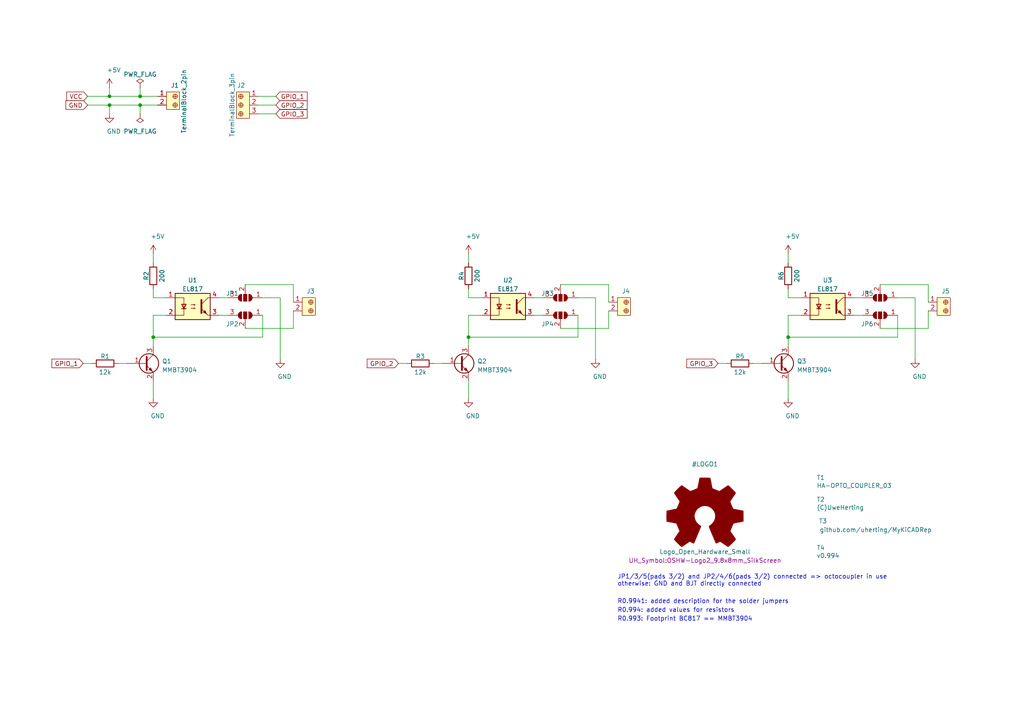
<source format=kicad_sch>
(kicad_sch (version 20210621) (generator eeschema)
  (paper "A4")
  (title_block (title "HA-OPTO_COUPLER_03") (date "2021-09-18") (rev "0.9941"))
  (lib_symbols
    (symbol "UH_Graphic:Logo_Open_Hardware_Small" (pin_names (offset 1.016))
      (symbol "Logo_Open_Hardware_Small_1_1"
        (polyline (pts (xy 6.731 -8.7122) (xy 6.6294 -8.6614) (xy 6.35 -8.4836) (xy 5.9944 -8.255) (xy 5.5372 -7.9502) (xy 5.1054 -7.6454) (xy 4.7498 -7.4168) (xy 4.4958 -7.239) (xy 4.3942 -7.1882) (xy 4.318 -7.2136) (xy 4.1148 -7.3152) (xy 3.81 -7.4676) (xy 3.6322 -7.5692) (xy 3.3528 -7.6708) (xy 3.2258 -7.6962) (xy 3.2004 -7.6708) (xy 3.0988 -7.4676) (xy 2.9464 -7.0866) (xy 2.7178 -6.604) (xy 2.4892 -6.0452) (xy 2.2352 -5.4356) (xy 1.9558 -4.826) (xy 1.7272 -4.2164) (xy 1.4986 -3.683) (xy 1.3208 -3.2512) (xy 1.2192 -2.9464) (xy 1.1684 -2.8194) (xy 1.1938 -2.794) (xy 1.3208 -2.667) (xy 1.5748 -2.4892) (xy 2.0828 -2.0574) (xy 2.6162 -1.397) (xy 2.921 -0.6604) (xy 3.048 0.1524) (xy 2.9464 0.9144) (xy 2.6416 1.6256) (xy 2.1336 2.286) (xy 1.524 2.7686) (xy 0.8128 3.0734) (xy 0 3.175) (xy -0.762 3.0988) (xy -1.4986 2.794) (xy -2.159 2.286) (xy -2.4384 1.9812) (xy -2.8194 1.3208) (xy -3.048 0.6096) (xy -3.0734 0.4318) (xy -3.0226 -0.3556) (xy -2.794 -1.0922) (xy -2.3876 -1.7526) (xy -1.8288 -2.3114) (xy -1.7526 -2.3622) (xy -1.4732 -2.5654) (xy -1.2954 -2.6924) (xy -1.1684 -2.8194) (xy -2.159 -5.207) (xy -2.3114 -5.588) (xy -2.5908 -6.2484) (xy -2.8194 -6.8072) (xy -3.0226 -7.2644) (xy -3.1496 -7.5692) (xy -3.2258 -7.6708) (xy -3.2258 -7.6962) (xy -3.302 -7.6962) (xy -3.4798 -7.6454) (xy -3.8354 -7.4676) (xy -4.0386 -7.366) (xy -4.2926 -7.239) (xy -4.4196 -7.1882) (xy -4.5212 -7.239) (xy -4.7498 -7.3914) (xy -5.1054 -7.6454) (xy -5.5372 -7.9248) (xy -5.9436 -8.2042) (xy -6.3246 -8.4582) (xy -6.604 -8.636) (xy -6.731 -8.7122) (xy -6.7564 -8.7122) (xy -6.858 -8.636) (xy -7.0866 -8.4582) (xy -7.4168 -8.1534) (xy -7.874 -7.6962) (xy -7.9502 -7.62) (xy -8.3312 -7.239) (xy -8.636 -6.9088) (xy -8.8392 -6.6802) (xy -8.9154 -6.5786) (xy -8.9154 -6.5786) (xy -8.8392 -6.4516) (xy -8.6614 -6.1722) (xy -8.4328 -5.7912) (xy -8.128 -5.3594) (xy -7.3152 -4.191) (xy -7.7724 -3.0988) (xy -7.8994 -2.7686) (xy -8.0772 -2.3622) (xy -8.2042 -2.0828) (xy -8.255 -1.9558) (xy -8.382 -1.905) (xy -8.6614 -1.8542) (xy -9.0932 -1.7526) (xy -9.6266 -1.651) (xy -10.1092 -1.5748) (xy -10.541 -1.4732) (xy -10.8712 -1.4224) (xy -11.0236 -1.397) (xy -11.049 -1.3716) (xy -11.0744 -1.2954) (xy -11.0998 -1.143) (xy -11.0998 -0.889) (xy -11.1252 -0.4572) (xy -11.1252 0.1524) (xy -11.1252 0.2286) (xy -11.0998 0.8128) (xy -11.0998 1.27) (xy -11.0744 1.5494) (xy -11.0744 1.6764) (xy -11.0744 1.6764) (xy -10.922 1.7018) (xy -10.6172 1.778) (xy -10.16 1.8542) (xy -9.652 1.9558) (xy -9.6012 1.9812) (xy -9.0932 2.0828) (xy -8.636 2.159) (xy -8.3312 2.2352) (xy -8.2042 2.286) (xy -8.1788 2.3114) (xy -8.0772 2.5146) (xy -7.9248 2.8448) (xy -7.747 3.2512) (xy -7.5692 3.6576) (xy -7.4168 4.0386) (xy -7.3152 4.318) (xy -7.2898 4.445) (xy -7.2898 4.445) (xy -7.366 4.572) (xy -7.5438 4.826) (xy -7.7978 5.207) (xy -8.128 5.6642) (xy -8.128 5.6896) (xy -8.4328 6.1468) (xy -8.6868 6.5278) (xy -8.8392 6.7818) (xy -8.9154 6.9088) (xy -8.9154 6.9088) (xy -8.8138 7.0358) (xy -8.5852 7.2898) (xy -8.255 7.6454) (xy -7.874 8.0264) (xy -7.747 8.1534) (xy -7.3152 8.5852) (xy -7.0104 8.8646) (xy -6.8326 8.9916) (xy -6.731 9.0424) (xy -6.731 9.0424) (xy -6.604 8.9408) (xy -6.3246 8.763) (xy -5.9436 8.509) (xy -5.4864 8.2042) (xy -5.461 8.1788) (xy -5.0038 7.874) (xy -4.6482 7.62) (xy -4.3688 7.4422) (xy -4.2672 7.3914) (xy -4.2418 7.3914) (xy -4.064 7.4422) (xy -3.7338 7.5438) (xy -3.3528 7.6962) (xy -2.9464 7.874) (xy -2.5654 8.0264) (xy -2.286 8.1534) (xy -2.159 8.2296) (xy -2.159 8.2296) (xy -2.1082 8.382) (xy -2.032 8.7122) (xy -1.9304 9.1694) (xy -1.8288 9.7282) (xy -1.8034 9.8044) (xy -1.7018 10.3378) (xy -1.6256 10.7696) (xy -1.5748 11.0744) (xy -1.524 11.2014) (xy -1.4478 11.2268) (xy -1.1938 11.2522) (xy -0.8128 11.2522) (xy -0.3302 11.2522) (xy 0.1524 11.2522) (xy 0.6604 11.2522) (xy 1.0668 11.2268) (xy 1.3716 11.2014) (xy 1.4986 11.176) (xy 1.4986 11.176) (xy 1.5494 11.0236) (xy 1.6256 10.6934) (xy 1.7018 10.2108) (xy 1.8288 9.6774) (xy 1.8288 9.5758) (xy 1.9304 9.0424) (xy 2.032 8.6106) (xy 2.0828 8.3058) (xy 2.1336 8.2042) (xy 2.159 8.1788) (xy 2.3876 8.0772) (xy 2.7432 7.9248) (xy 3.175 7.747) (xy 4.191 7.3406) (xy 5.461 8.2042) (xy 5.5626 8.2804) (xy 6.0198 8.5852) (xy 6.3754 8.8392) (xy 6.6294 8.9916) (xy 6.7564 9.0424) (xy 6.7564 9.0424) (xy 6.8834 8.9408) (xy 7.1374 8.7122) (xy 7.4676 8.382) (xy 7.8486 7.9756) (xy 8.1534 7.6962) (xy 8.4836 7.3406) (xy 8.7122 7.112) (xy 8.8392 6.9596) (xy 8.8646 6.858) (xy 8.8646 6.8072) (xy 8.7884 6.6802) (xy 8.6106 6.4008) (xy 8.3312 6.0198) (xy 8.0264 5.588) (xy 7.7978 5.207) (xy 7.5184 4.8006) (xy 7.3406 4.4958) (xy 7.2898 4.3434) (xy 7.2898 4.2926) (xy 7.3914 4.0386) (xy 7.5184 3.683) (xy 7.7216 3.2258) (xy 8.1534 2.2352) (xy 8.7884 2.1082) (xy 9.1948 2.0574) (xy 9.7536 1.9304) (xy 10.2616 1.8288) (xy 11.0998 1.6764) (xy 11.1252 -1.3208) (xy 10.9982 -1.3716) (xy 10.8712 -1.397) (xy 10.5664 -1.4732) (xy 10.1346 -1.5494) (xy 9.6266 -1.651) (xy 9.1948 -1.7272) (xy 8.7376 -1.8288) (xy 8.4328 -1.8796) (xy 8.2804 -1.905) (xy 8.255 -1.9558) (xy 8.1534 -2.159) (xy 7.9756 -2.5146) (xy 7.8232 -2.921) (xy 7.6454 -3.3274) (xy 7.493 -3.7338) (xy 7.366 -4.0132) (xy 7.3406 -4.191) (xy 7.3914 -4.2926) (xy 7.5692 -4.5466) (xy 7.7978 -4.9276) (xy 8.1026 -5.3594) (xy 8.4074 -5.7912) (xy 8.6614 -6.1722) (xy 8.8138 -6.4262) (xy 8.89 -6.5532) (xy 8.8646 -6.6548) (xy 8.6868 -6.858) (xy 8.3566 -7.1882) (xy 7.874 -7.6708) (xy 7.7978 -7.747) (xy 7.3914 -8.128) (xy 7.0612 -8.4328) (xy 6.8326 -8.636) (xy 6.731 -8.7122)) (fill (type outline)))
      )
    )
    (symbol "UH_HA:(C)UweHerting" (pin_numbers hide) (pin_names (offset 0) hide)
      (property "Reference" "T" (at 0 1.27 0))
      (property "Value" "(C)UweHerting" (at 0 -2.54 0))
    )
    (symbol "UH_HA:EL817" (pin_names (offset 1.016))
      (property "Reference" "U" (at -5.08 5.08 0))
      (property "Value" "EL817" (at 0 5.08 0))
      (symbol "EL817_0_1"
        (rectangle (start -5.08 3.81) (end 5.08 -3.81) (stroke (width 0.254)) (fill (type background)))
        (polyline (pts (xy -3.175 -0.635) (xy -1.905 -0.635)) (stroke (width 0.254)))
        (polyline (pts (xy 2.54 0.635) (xy 4.445 2.54)))
        (polyline (pts (xy 4.445 -2.54) (xy 5.08 -2.54)))
        (polyline (pts (xy 4.445 2.54) (xy 5.08 2.54)))
        (polyline (pts (xy -5.08 2.54) (xy -2.54 2.54) (xy -2.54 -0.635)))
        (polyline (pts (xy -2.54 -0.635) (xy -2.54 -2.54) (xy -5.08 -2.54)))
        (polyline (pts (xy 2.54 1.905) (xy 2.54 -1.905) (xy 2.54 -1.905)) (stroke (width 0.508)))
        (polyline (pts (xy -2.54 -0.635) (xy -3.175 0.635) (xy -1.905 0.635) (xy -2.54 -0.635)) (stroke (width 0.254)))
        (polyline (pts (xy -0.508 -0.508) (xy 0.762 -0.508) (xy 0.381 -0.635) (xy 0.381 -0.381) (xy 0.762 -0.508)))
        (polyline (pts (xy -0.508 0.508) (xy 0.762 0.508) (xy 0.381 0.381) (xy 0.381 0.635) (xy 0.762 0.508)))
        (polyline (pts (xy 4.445 -2.54) (xy 2.54 -0.635)) (fill (type outline)))
        (polyline (pts (xy 3.048 -1.651) (xy 3.556 -1.143) (xy 4.064 -2.159) (xy 3.048 -1.651) (xy 3.048 -1.651)) (fill (type outline)))
      )
      (symbol "EL817_1_1"
        (pin passive line (at -7.62 2.54 0) (length 2.54) (name "~") (number "1"))
        (pin passive line (at -7.62 -2.54 0) (length 2.54) (name "~") (number "2"))
        (pin passive line (at 7.62 -2.54 180) (length 2.54) (name "~") (number "3"))
        (pin passive line (at 7.62 2.54 180) (length 2.54) (name "~") (number "4"))
      )
    )
    (symbol "UH_HA:MMBT3904" (pin_names (offset 0) hide)
      (property "Reference" "Q" (at 5.08 1.905 0))
      (property "Value" "MMBT3904" (at 5.08 0 0))
      (symbol "MMBT3904_0_1"
        (circle (center 1.27 0) (radius 2.8194) (stroke (width 0.254)))
        (polyline (pts (xy 0.635 0.635) (xy 2.54 2.54)))
        (polyline (pts (xy 0.635 -0.635) (xy 2.54 -2.54) (xy 2.54 -2.54)))
        (polyline (pts (xy 0.635 1.905) (xy 0.635 -1.905) (xy 0.635 -1.905)) (stroke (width 0.508)))
        (polyline (pts (xy 1.27 -1.778) (xy 1.778 -1.27) (xy 2.286 -2.286) (xy 1.27 -1.778) (xy 1.27 -1.778)) (fill (type outline)))
      )
      (symbol "MMBT3904_1_1"
        (pin input line (at -5.08 0 0) (length 5.715) (name "B") (number "1"))
        (pin passive line (at 2.54 -5.08 90) (length 2.54) (name "E") (number "2"))
        (pin passive line (at 2.54 5.08 270) (length 2.54) (name "C") (number "3"))
      )
    )
    (symbol "UH_HA:PCB_Name" (pin_numbers hide) (pin_names (offset 0) hide)
      (property "Reference" "T" (at 0 1.27 0))
      (property "Value" "PCB_Name" (at 0 -2.54 0))
    )
    (symbol "UH_HA:PCB_Version" (pin_numbers hide) (pin_names (offset 0) hide)
      (property "Reference" "T" (at 0 1.27 0))
      (property "Value" "PCB_Version" (at 0 -2.54 0))
    )
    (symbol "UH_HA:PWR_FLAG" (power) (pin_numbers hide) (pin_names (offset 0) hide)
      (property "Value" "PWR_FLAG" (at 0 3.81 0))
      (symbol "PWR_FLAG_0_0"
        (pin power_out line (at 0 0 90) (length 0) (name "pwr") (number "1"))
      )
      (symbol "PWR_FLAG_0_1"
        (polyline (pts (xy 0 0) (xy 0 1.27) (xy -1.016 1.905) (xy 0 2.54) (xy 1.016 1.905) (xy 0 1.27)))
      )
    )
    (symbol "UH_HA:R" (pin_numbers hide) (pin_names (offset 0))
      (property "Reference" "R" (at 2.032 0 90))
      (property "Value" "R" (at 0 0 90))
      (symbol "R_0_1"
        (rectangle (start -1.016 -2.54) (end 1.016 2.54) (stroke (width 0.254)))
      )
      (symbol "R_1_1"
        (pin passive line (at 0 3.81 270) (length 1.27) (name "~") (number "1"))
        (pin passive line (at 0 -3.81 90) (length 1.27) (name "~") (number "2"))
      )
    )
    (symbol "UH_HA:SolderJumper_3_Open" (pin_names (offset 0) hide)
      (property "Reference" "JP" (at -2.54 -2.54 0))
      (property "Value" "SolderJumper_3_Open" (at 0 2.794 0))
      (symbol "SolderJumper_3_Open_0_1"
        (arc (start -1.016 1.016) (end -1.016 -1.016) (radius (at -1.016 0) (length 1.016) (angles 90.1 -90.1)))
        (arc (start 1.016 -1.016) (end 1.016 1.016) (radius (at 1.016 0) (length 1.016) (angles -89.9 89.9)))
        (arc (start -1.016 1.016) (end -1.016 -1.016) (radius (at -1.016 0) (length 1.016) (angles 90.1 -90.1)) (fill (type outline)))
        (arc (start 1.016 -1.016) (end 1.016 1.016) (radius (at 1.016 0) (length 1.016) (angles -89.9 89.9)) (fill (type outline)))
        (rectangle (start -0.508 1.016) (end 0.508 -1.016) (fill (type outline)))
        (polyline (pts (xy -2.54 0) (xy -2.032 0)))
        (polyline (pts (xy -1.016 1.016) (xy -1.016 -1.016)))
        (polyline (pts (xy 0 -1.27) (xy 0 -1.016)))
        (polyline (pts (xy 1.016 1.016) (xy 1.016 -1.016)))
        (polyline (pts (xy 2.54 0) (xy 2.032 0)))
      )
      (symbol "SolderJumper_3_Open_1_1"
        (pin passive line (at -5.08 0 0) (length 2.54) (name "A") (number "1"))
        (pin input line (at 0 -3.81 90) (length 2.54) (name "C") (number "2"))
        (pin passive line (at 5.08 0 180) (length 2.54) (name "B") (number "3"))
      )
    )
    (symbol "UH_HA:TerminalBlock_2pin" (pin_names (offset 1.016))
      (property "Reference" "J" (at -2.54 1.27 0))
      (property "Value" "TerminalBlock_2pin" (at 1.27 -2.54 0))
      (symbol "TerminalBlock_2pin_1_1"
        (circle (center 0 0) (radius 0.635))
        (circle (center 2.54 0) (radius 0.635))
        (rectangle (start -1.27 2.54) (end 3.81 -1.27) (fill (type background)))
        (polyline (pts (xy 0 0.635) (xy 0 -0.635)))
        (polyline (pts (xy 0.635 0) (xy -0.635 0)))
        (polyline (pts (xy 1.905 0) (xy 3.175 0)))
        (polyline (pts (xy 2.54 0.635) (xy 2.54 -0.635)))
        (pin passive line (at 0 5.08 270) (length 2.54) (name "~") (number "1"))
        (pin passive line (at 2.54 5.08 270) (length 2.54) (name "~") (number "2"))
      )
    )
    (symbol "UH_HA:TerminalBlock_3pin" (pin_names (offset 1.016))
      (property "Reference" "J" (at -2.54 1.27 0))
      (property "Value" "TerminalBlock_3pin" (at 2.54 -2.54 0))
      (symbol "TerminalBlock_3pin_1_1"
        (circle (center 0 0) (radius 0.635))
        (circle (center 2.54 0) (radius 0.635))
        (circle (center 5.08 0) (radius 0.635))
        (rectangle (start -1.27 2.54) (end 6.35 -1.27) (fill (type background)))
        (polyline (pts (xy 0 0.635) (xy 0 -0.635)))
        (polyline (pts (xy 0.635 0) (xy -0.635 0)))
        (polyline (pts (xy 1.905 0) (xy 3.175 0)))
        (polyline (pts (xy 2.54 0.635) (xy 2.54 -0.635)))
        (polyline (pts (xy 4.445 0) (xy 5.715 0)))
        (polyline (pts (xy 5.08 0.635) (xy 5.08 -0.635)))
        (pin passive line (at 0 5.08 270) (length 2.54) (name "~") (number "1"))
        (pin passive line (at 2.54 5.08 270) (length 2.54) (name "~") (number "2"))
        (pin passive line (at 5.08 5.08 270) (length 2.54) (name "~") (number "3"))
      )
    )
    (symbol "UH_HA:https___github.com_uherting_MyKiCADRep" (pin_numbers hide) (pin_names (offset 0) hide)
      (property "Reference" "T" (at 0 1.27 0))
      (property "Datasheet" "https://github.com/uherting/MyKiCADRep" (at 0 0 0))
    )
    (symbol "power:+5V" (power) (pin_names (offset 0))
      (property "Value" "+5V" (at 0 3.556 0))
      (symbol "+5V_0_1"
        (polyline (pts (xy -0.762 1.27) (xy 0 2.54)))
        (polyline (pts (xy 0 0) (xy 0 2.54)))
        (polyline (pts (xy 0 2.54) (xy 0.762 1.27)))
      )
      (symbol "+5V_1_1"
        (pin power_in line (at 0 0 90) (length 0) hide (name "+5V") (number "1"))
      )
    )
    (symbol "power:GND" (power) (pin_names (offset 0))
      (property "Value" "GND" (at 0 -3.81 0))
      (symbol "GND_0_1"
        (polyline (pts (xy 0 0) (xy 0 -1.27) (xy 1.27 -1.27) (xy 0 -2.54) (xy -1.27 -1.27) (xy 0 -1.27)))
      )
      (symbol "GND_1_1"
        (pin power_in line (at 0 0 270) (length 0) hide (name "GND") (number "1"))
      )
    )
  )
  (junction (at 31.75 27.94) (diameter 0.9144))
  (junction (at 31.75 30.48) (diameter 0.9144))
  (junction (at 40.64 27.94) (diameter 0.9144))
  (junction (at 40.64 30.48) (diameter 0.9144))
  (junction (at 44.45 97.79) (diameter 0.9144))
  (junction (at 135.89 97.79) (diameter 0.9144))
  (junction (at 228.6 97.79) (diameter 0.9144))
  (wire (pts (xy 24.13 105.41) (xy 26.67 105.41)))
  (wire (pts (xy 25.4 27.94) (xy 31.75 27.94)))
  (wire (pts (xy 25.4 30.48) (xy 31.75 30.48)))
  (wire (pts (xy 31.75 25.4) (xy 31.75 27.94)))
  (wire (pts (xy 31.75 27.94) (xy 40.64 27.94)))
  (wire (pts (xy 31.75 30.48) (xy 31.75 33.02)))
  (wire (pts (xy 31.75 30.48) (xy 40.64 30.48)))
  (wire (pts (xy 34.29 105.41) (xy 36.83 105.41)))
  (wire (pts (xy 40.64 27.94) (xy 40.64 25.4)))
  (wire (pts (xy 40.64 27.94) (xy 45.72 27.94)))
  (wire (pts (xy 40.64 30.48) (xy 40.64 33.02)))
  (wire (pts (xy 40.64 30.48) (xy 45.72 30.48)))
  (wire (pts (xy 44.45 73.66) (xy 44.45 76.2)))
  (wire (pts (xy 44.45 83.82) (xy 44.45 86.36)))
  (wire (pts (xy 44.45 91.44) (xy 44.45 97.79)))
  (wire (pts (xy 44.45 97.79) (xy 44.45 100.33)))
  (wire (pts (xy 44.45 97.79) (xy 76.2 97.79)))
  (wire (pts (xy 44.45 110.49) (xy 44.45 115.57)))
  (wire (pts (xy 48.26 86.36) (xy 44.45 86.36)))
  (wire (pts (xy 48.26 91.44) (xy 44.45 91.44)))
  (wire (pts (xy 63.5 86.36) (xy 66.04 86.36)))
  (wire (pts (xy 63.5 91.44) (xy 66.04 91.44)))
  (wire (pts (xy 71.12 82.55) (xy 85.09 82.55)))
  (wire (pts (xy 71.12 95.25) (xy 85.09 95.25)))
  (wire (pts (xy 74.93 27.94) (xy 80.01 27.94)))
  (wire (pts (xy 74.93 30.48) (xy 80.01 30.48)))
  (wire (pts (xy 74.93 33.02) (xy 80.01 33.02)))
  (wire (pts (xy 76.2 86.36) (xy 81.28 86.36)))
  (wire (pts (xy 76.2 91.44) (xy 76.2 97.79)))
  (wire (pts (xy 81.28 86.36) (xy 81.28 104.14)))
  (wire (pts (xy 85.09 82.55) (xy 85.09 87.63)))
  (wire (pts (xy 85.09 95.25) (xy 85.09 90.17)))
  (wire (pts (xy 115.57 105.41) (xy 118.11 105.41)))
  (wire (pts (xy 125.73 105.41) (xy 128.27 105.41)))
  (wire (pts (xy 135.89 73.66) (xy 135.89 76.2)))
  (wire (pts (xy 135.89 83.82) (xy 135.89 86.36)))
  (wire (pts (xy 135.89 91.44) (xy 135.89 97.79)))
  (wire (pts (xy 135.89 97.79) (xy 135.89 100.33)))
  (wire (pts (xy 135.89 97.79) (xy 167.64 97.79)))
  (wire (pts (xy 135.89 110.49) (xy 135.89 115.57)))
  (wire (pts (xy 139.7 86.36) (xy 135.89 86.36)))
  (wire (pts (xy 139.7 91.44) (xy 135.89 91.44)))
  (wire (pts (xy 154.94 86.36) (xy 157.48 86.36)))
  (wire (pts (xy 154.94 91.44) (xy 157.48 91.44)))
  (wire (pts (xy 162.56 82.55) (xy 176.53 82.55)))
  (wire (pts (xy 162.56 95.25) (xy 176.53 95.25)))
  (wire (pts (xy 167.64 86.36) (xy 172.72 86.36)))
  (wire (pts (xy 167.64 91.44) (xy 167.64 97.79)))
  (wire (pts (xy 172.72 86.36) (xy 172.72 104.14)))
  (wire (pts (xy 176.53 82.55) (xy 176.53 87.63)))
  (wire (pts (xy 176.53 95.25) (xy 176.53 90.17)))
  (wire (pts (xy 208.28 105.41) (xy 210.82 105.41)))
  (wire (pts (xy 218.44 105.41) (xy 220.98 105.41)))
  (wire (pts (xy 228.6 73.66) (xy 228.6 76.2)))
  (wire (pts (xy 228.6 83.82) (xy 228.6 86.36)))
  (wire (pts (xy 228.6 91.44) (xy 228.6 97.79)))
  (wire (pts (xy 228.6 97.79) (xy 228.6 100.33)))
  (wire (pts (xy 228.6 97.79) (xy 260.35 97.79)))
  (wire (pts (xy 228.6 110.49) (xy 228.6 115.57)))
  (wire (pts (xy 232.41 86.36) (xy 228.6 86.36)))
  (wire (pts (xy 232.41 91.44) (xy 228.6 91.44)))
  (wire (pts (xy 247.65 86.36) (xy 250.19 86.36)))
  (wire (pts (xy 247.65 91.44) (xy 250.19 91.44)))
  (wire (pts (xy 255.27 82.55) (xy 269.24 82.55)))
  (wire (pts (xy 255.27 95.25) (xy 269.24 95.25)))
  (wire (pts (xy 260.35 86.36) (xy 265.43 86.36)))
  (wire (pts (xy 260.35 91.44) (xy 260.35 97.79)))
  (wire (pts (xy 265.43 86.36) (xy 265.43 104.14)))
  (wire (pts (xy 269.24 82.55) (xy 269.24 87.63)))
  (wire (pts (xy 269.24 95.25) (xy 269.24 90.17)))
  (text "JP1/3/5(pads 3/2) and JP2/4/6(pads 3/2) connected => octocoupler in use\notherwise: GND and BJT directly connected" (at 179.07 170.18 0) (effects (font (size 1.27 1.27)) (justify left bottom)))
  (text "R0.9941: added description for the solder jumpers" (at 179.07 175.26 0) (effects (font (size 1.27 1.27)) (justify left bottom)))
  (text "R0.994: added values for resistors" (at 179.07 177.8 0) (effects (font (size 1.27 1.27)) (justify left bottom)))
  (text "R0.993: Footprint BC817 == MMBT3904" (at 179.07 180.34 0) (effects (font (size 1.27 1.27)) (justify left bottom)))
  (global_label "GPIO_1" (shape input) (at 24.13 105.41 180) (property "Intersheet References" "${INTERSHEET_REFS}" (effects hide)))
  (global_label "VCC" (shape input) (at 25.4 27.94 180) (property "Intersheet References" "${INTERSHEET_REFS}" (effects hide)))
  (global_label "GND" (shape input) (at 25.4 30.48 180) (property "Intersheet References" "${INTERSHEET_REFS}" (effects hide)))
  (global_label "GPIO_1" (shape input) (at 80.01 27.94 0) (property "Intersheet References" "${INTERSHEET_REFS}" (effects hide)))
  (global_label "GPIO_2" (shape input) (at 80.01 30.48 0) (property "Intersheet References" "${INTERSHEET_REFS}" (effects hide)))
  (global_label "GPIO_3" (shape input) (at 80.01 33.02 0) (property "Intersheet References" "${INTERSHEET_REFS}" (effects hide)))
  (global_label "GPIO_2" (shape input) (at 115.57 105.41 180) (property "Intersheet References" "${INTERSHEET_REFS}" (effects hide)))
  (global_label "GPIO_3" (shape input) (at 208.28 105.41 180) (property "Intersheet References" "${INTERSHEET_REFS}" (effects hide)))
  (symbol (lib_id "UH_HA:PCB_Name") (at 236.22 139.7 0) (unit 1)
    (property "Reference" "T1" (at 236.855 138.5316 0) (effects (justify left)))
    (property "Value" "HA-OPTO_COUPLER_03" (at 236.855 140.843 0) (effects (font (size 1.25 1.25)) (justify left)))
    (property "Footprint" "UH_HA:PCB_Name" (effects hide))
  )
  (symbol (lib_id "UH_HA:(C)UweHerting") (at 236.22 146.05 0) (unit 1)
    (property "Reference" "T2" (at 236.855 144.8816 0) (effects (justify left)))
    (property "Value" "(C)UweHerting" (at 236.855 147.193 0) (effects (justify left)))
    (property "Footprint" "UH_HA:Copyright-Uwe_Herting" (effects hide))
  )
  (symbol (lib_id "UH_HA:https___github.com_uherting_MyKiCADRep") (at 236.22 152.4 0) (unit 1)
    (property "Reference" "T3" (at 237.49 151.1299 0) (effects (justify left)))
    (property "Value" "github.com{slash}uherting{slash}MyKiCADRep" (at 254 153.67 0))
    (property "Footprint" "UH_HA:GithubLink_UH" (effects hide))
    (property "Datasheet" "uherting.MyKiCADRep @ GitHub" (effects hide))
  )
  (symbol (lib_id "UH_HA:PCB_Version") (at 236.22 160.02 0) (unit 1)
    (property "Reference" "T4" (at 236.855 158.877 0) (effects (justify left)))
    (property "Value" "v0.994" (at 236.855 161.163 0) (effects (justify left)))
    (property "Footprint" "UH_HA:PCB_Version" (effects hide))
  )
  (symbol (lib_id "power:+5V") (at 31.75 25.4 0) (unit 1)
    (property "Reference" "#PWR01" (effects hide))
    (property "Value" "+5V" (at 33.02 20.32 0))
  )
  (symbol (lib_id "power:+5V") (at 44.45 73.66 0) (unit 1)
    (property "Reference" "#PWR03" (effects hide))
    (property "Value" "+5V" (at 45.72 68.58 0))
  )
  (symbol (lib_id "power:+5V") (at 135.89 73.66 0) (unit 1)
    (property "Reference" "#PWR06" (effects hide))
    (property "Value" "+5V" (at 137.16 68.58 0))
  )
  (symbol (lib_id "power:+5V") (at 228.6 73.66 0) (unit 1)
    (property "Reference" "#PWR09" (effects hide))
    (property "Value" "+5V" (at 229.87 68.58 0))
  )
  (symbol (lib_id "UH_HA:PWR_FLAG") (at 40.64 25.4 0) (unit 1)
    (property "Reference" "#FLG01" (effects hide))
    (property "Value" "PWR_FLAG" (at 40.64 21.59 0))
  )
  (symbol (lib_id "UH_HA:PWR_FLAG") (at 40.64 33.02 180) (unit 1)
    (property "Reference" "#FLG02" (effects hide))
    (property "Value" "PWR_FLAG" (at 40.64 38.1 0))
  )
  (symbol (lib_id "power:GND") (at 31.75 33.02 0) (unit 1)
    (property "Reference" "#PWR02" (effects hide))
    (property "Value" "GND" (at 33.02 38.1 0))
  )
  (symbol (lib_id "power:GND") (at 44.45 115.57 0) (unit 1)
    (property "Reference" "#PWR04" (effects hide))
    (property "Value" "GND" (at 45.72 120.65 0))
  )
  (symbol (lib_id "power:GND") (at 81.28 104.14 0) (unit 1)
    (property "Reference" "#PWR05" (effects hide))
    (property "Value" "GND" (at 82.55 109.22 0))
  )
  (symbol (lib_id "power:GND") (at 135.89 115.57 0) (unit 1)
    (property "Reference" "#PWR07" (effects hide))
    (property "Value" "GND" (at 137.16 120.65 0))
  )
  (symbol (lib_id "power:GND") (at 172.72 104.14 0) (unit 1)
    (property "Reference" "#PWR08" (effects hide))
    (property "Value" "GND" (at 173.99 109.22 0))
  )
  (symbol (lib_id "power:GND") (at 228.6 115.57 0) (unit 1)
    (property "Reference" "#PWR010" (effects hide))
    (property "Value" "GND" (at 229.87 120.65 0))
  )
  (symbol (lib_id "power:GND") (at 265.43 104.14 0) (unit 1)
    (property "Reference" "#PWR011" (effects hide))
    (property "Value" "GND" (at 266.7 109.22 0))
  )
  (symbol (lib_id "UH_HA:R") (at 30.48 105.41 90) (unit 1)
    (property "Reference" "R1" (at 30.48 103.378 90))
    (property "Value" "12k" (at 30.48 107.95 90))
    (property "Footprint" "Resistor_SMD:R_0805_2012Metric_Pad1.20x1.40mm_HandSolder" (effects hide))
  )
  (symbol (lib_id "UH_HA:R") (at 44.45 80.01 180) (unit 1)
    (property "Reference" "R2" (at 42.418 80.01 90))
    (property "Value" "200" (at 46.99 80.01 90))
    (property "Footprint" "Resistor_SMD:R_0805_2012Metric_Pad1.20x1.40mm_HandSolder" (effects hide))
  )
  (symbol (lib_id "UH_HA:R") (at 121.92 105.41 90) (unit 1)
    (property "Reference" "R3" (at 121.92 103.378 90))
    (property "Value" "12k" (at 121.92 107.95 90))
    (property "Footprint" "Resistor_SMD:R_0805_2012Metric_Pad1.20x1.40mm_HandSolder" (effects hide))
  )
  (symbol (lib_id "UH_HA:R") (at 135.89 80.01 180) (unit 1)
    (property "Reference" "R4" (at 133.858 80.01 90))
    (property "Value" "200" (at 138.43 80.01 90))
    (property "Footprint" "Resistor_SMD:R_0805_2012Metric_Pad1.20x1.40mm_HandSolder" (effects hide))
  )
  (symbol (lib_id "UH_HA:R") (at 214.63 105.41 90) (unit 1)
    (property "Reference" "R5" (at 214.63 103.378 90))
    (property "Value" "12k" (at 214.63 107.95 90))
    (property "Footprint" "Resistor_SMD:R_0805_2012Metric_Pad1.20x1.40mm_HandSolder" (effects hide))
  )
  (symbol (lib_id "UH_HA:R") (at 228.6 80.01 180) (unit 1)
    (property "Reference" "R6" (at 226.568 80.01 90))
    (property "Value" "200" (at 231.14 80.01 90))
    (property "Footprint" "Resistor_SMD:R_0805_2012Metric_Pad1.20x1.40mm_HandSolder" (effects hide))
  )
  (symbol (lib_id "UH_HA:TerminalBlock_2pin") (at 50.8 27.94 90) (mirror x) (unit 1)
    (property "Reference" "J1" (at 49.53 24.7649 90) (effects (justify right)))
    (property "Value" "TerminalBlock_2pin" (at 53.34 38.7349 0) (effects (justify right)))
    (property "Footprint" "UH_HA:Term_Block_1x2_P5mm" (effects hide))
    (property "Datasheet" "http://www.on-shore.com/wp-content/uploads/OSTTCXX0162.pdf" (effects hide))
    (property "Digi-Key_PN" "ED2600-ND" (effects hide))
    (property "MPN" "OSTTC020162" (effects hide))
    (property "Category" "Connectors, Interconnects" (effects hide))
    (property "Family" "Terminal Blocks - Wire to Board" (effects hide))
    (property "DK_Datasheet_Link" "http://www.on-shore.com/wp-content/uploads/OSTTCXX0162.pdf" (effects hide))
    (property "DK_Detail_Page" "/product-detail/en/on-shore-technology-inc/OSTTC020162/ED2600-ND/614549" (effects hide))
    (property "Description" "TERM BLK 2POS SIDE ENTRY 5MM PCB" (effects hide))
    (property "Manufacturer" "On Shore Technology Inc." (effects hide))
    (property "Status" "Active" (effects hide))
  )
  (symbol (lib_id "UH_HA:TerminalBlock_2pin") (at 90.17 87.63 90) (mirror x) (unit 1)
    (property "Reference" "J3" (at 88.9 84.4549 90) (effects (justify right)))
    (property "Value" "TerminalBlock_2pin" (effects hide))
    (property "Footprint" "UH_HA:Term_Block_1x2_P5mm" (effects hide))
    (property "Datasheet" "http://www.on-shore.com/wp-content/uploads/OSTTCXX0162.pdf" (effects hide))
    (property "Digi-Key_PN" "ED2600-ND" (effects hide))
    (property "MPN" "OSTTC020162" (effects hide))
    (property "Category" "Connectors, Interconnects" (effects hide))
    (property "Family" "Terminal Blocks - Wire to Board" (effects hide))
    (property "DK_Datasheet_Link" "http://www.on-shore.com/wp-content/uploads/OSTTCXX0162.pdf" (effects hide))
    (property "DK_Detail_Page" "/product-detail/en/on-shore-technology-inc/OSTTC020162/ED2600-ND/614549" (effects hide))
    (property "Description" "TERM BLK 2POS SIDE ENTRY 5MM PCB" (effects hide))
    (property "Manufacturer" "On Shore Technology Inc." (effects hide))
    (property "Status" "Active" (effects hide))
  )
  (symbol (lib_id "UH_HA:TerminalBlock_2pin") (at 181.61 87.63 90) (mirror x) (unit 1)
    (property "Reference" "J4" (at 180.34 84.4549 90) (effects (justify right)))
    (property "Value" "TerminalBlock_2pin" (effects hide))
    (property "Footprint" "UH_HA:Term_Block_1x2_P5mm" (effects hide))
    (property "Datasheet" "http://www.on-shore.com/wp-content/uploads/OSTTCXX0162.pdf" (effects hide))
    (property "Digi-Key_PN" "ED2600-ND" (effects hide))
    (property "MPN" "OSTTC020162" (effects hide))
    (property "Category" "Connectors, Interconnects" (effects hide))
    (property "Family" "Terminal Blocks - Wire to Board" (effects hide))
    (property "DK_Datasheet_Link" "http://www.on-shore.com/wp-content/uploads/OSTTCXX0162.pdf" (effects hide))
    (property "DK_Detail_Page" "/product-detail/en/on-shore-technology-inc/OSTTC020162/ED2600-ND/614549" (effects hide))
    (property "Description" "TERM BLK 2POS SIDE ENTRY 5MM PCB" (effects hide))
    (property "Manufacturer" "On Shore Technology Inc." (effects hide))
    (property "Status" "Active" (effects hide))
  )
  (symbol (lib_id "UH_HA:TerminalBlock_2pin") (at 274.32 87.63 90) (mirror x) (unit 1)
    (property "Reference" "J5" (at 273.05 84.4549 90) (effects (justify right)))
    (property "Value" "TerminalBlock_2pin" (effects hide))
    (property "Footprint" "UH_HA:Term_Block_1x2_P5mm" (effects hide))
    (property "Datasheet" "http://www.on-shore.com/wp-content/uploads/OSTTCXX0162.pdf" (effects hide))
    (property "Digi-Key_PN" "ED2600-ND" (effects hide))
    (property "MPN" "OSTTC020162" (effects hide))
    (property "Category" "Connectors, Interconnects" (effects hide))
    (property "Family" "Terminal Blocks - Wire to Board" (effects hide))
    (property "DK_Datasheet_Link" "http://www.on-shore.com/wp-content/uploads/OSTTCXX0162.pdf" (effects hide))
    (property "DK_Detail_Page" "/product-detail/en/on-shore-technology-inc/OSTTC020162/ED2600-ND/614549" (effects hide))
    (property "Description" "TERM BLK 2POS SIDE ENTRY 5MM PCB" (effects hide))
    (property "Manufacturer" "On Shore Technology Inc." (effects hide))
    (property "Status" "Active" (effects hide))
  )
  (symbol (lib_id "UH_HA:TerminalBlock_3pin") (at 69.85 27.94 270) (unit 1)
    (property "Reference" "J2" (at 71.12 24.7649 90) (effects (justify right)))
    (property "Value" "TerminalBlock_3pin" (at 67.31 30.48 0))
    (property "Footprint" "UH_HA:Term_Block_1x3_P5mm" (effects hide))
    (property "Datasheet" "http://www.on-shore.com/wp-content/uploads/OSTTCXX0162.pdf" (effects hide))
    (property "Digi-Key_PN" "ED2601-ND" (effects hide))
    (property "MPN" "OSTTC030162" (effects hide))
    (property "Category" "Connectors, Interconnects" (effects hide))
    (property "Family" "Terminal Blocks - Wire to Board" (effects hide))
    (property "DK_Datasheet_Link" "http://www.on-shore.com/wp-content/uploads/OSTTCXX0162.pdf" (effects hide))
    (property "DK_Detail_Page" "/product-detail/en/on-shore-technology-inc/OSTTC030162/ED2601-ND/614550" (effects hide))
    (property "Description" "TERM BLK 3POS SIDE ENTRY 5MM PCB" (effects hide))
    (property "Manufacturer" "On Shore Technology Inc." (effects hide))
    (property "Status" "Active" (effects hide))
  )
  (symbol (lib_id "UH_HA:SolderJumper_3_Open") (at 71.12 86.36 180) (unit 1)
    (property "Reference" "JP1" (at 69.2149 85.09 0) (effects (justify left)))
    (property "Value" "SolderJumper_3_Open" (effects hide))
    (property "Footprint" "UH_HA:SolderJumper-3_P2.0mm_Open_TrianglePad1.0x1.5mm_NumberLabels" (effects hide))
  )
  (symbol (lib_id "UH_HA:SolderJumper_3_Open") (at 71.12 91.44 0) (mirror y) (unit 1)
    (property "Reference" "JP2" (at 69.2149 93.98 0) (effects (justify left)))
    (property "Value" "SolderJumper_3_Open" (effects hide))
    (property "Footprint" "UH_HA:SolderJumper-3_P2.0mm_Open_TrianglePad1.0x1.5mm_NumberLabels" (effects hide))
  )
  (symbol (lib_id "UH_HA:SolderJumper_3_Open") (at 162.56 86.36 180) (unit 1)
    (property "Reference" "JP3" (at 160.6549 85.09 0) (effects (justify left)))
    (property "Value" "SolderJumper_3_Open" (effects hide))
    (property "Footprint" "UH_HA:SolderJumper-3_P2.0mm_Open_TrianglePad1.0x1.5mm_NumberLabels" (effects hide))
  )
  (symbol (lib_id "UH_HA:SolderJumper_3_Open") (at 162.56 91.44 0) (mirror y) (unit 1)
    (property "Reference" "JP4" (at 160.6549 93.98 0) (effects (justify left)))
    (property "Value" "SolderJumper_3_Open" (effects hide))
    (property "Footprint" "UH_HA:SolderJumper-3_P2.0mm_Open_TrianglePad1.0x1.5mm_NumberLabels" (effects hide))
  )
  (symbol (lib_id "UH_HA:SolderJumper_3_Open") (at 255.27 86.36 180) (unit 1)
    (property "Reference" "JP5" (at 253.3649 85.09 0) (effects (justify left)))
    (property "Value" "SolderJumper_3_Open" (effects hide))
    (property "Footprint" "UH_HA:SolderJumper-3_P2.0mm_Open_TrianglePad1.0x1.5mm_NumberLabels" (effects hide))
  )
  (symbol (lib_id "UH_HA:SolderJumper_3_Open") (at 255.27 91.44 0) (mirror y) (unit 1)
    (property "Reference" "JP6" (at 253.3649 93.98 0) (effects (justify left)))
    (property "Value" "SolderJumper_3_Open" (effects hide))
    (property "Footprint" "UH_HA:SolderJumper-3_P2.0mm_Open_TrianglePad1.0x1.5mm_NumberLabels" (effects hide))
  )
  (symbol (lib_id "UH_HA:MMBT3904") (at 41.91 105.41 0) (unit 1)
    (property "Reference" "Q1" (at 46.99 104.7749 0) (effects (justify left)))
    (property "Value" "MMBT3904" (at 46.99 107.3149 0) (effects (justify left)))
    (property "Footprint" "UH_HA:SOT-23" (effects hide))
    (property "Datasheet" "file:///home/uwe/Git/UH/MyKiCADRep/data_sheets/2N3904-MMBT3904-PZT3904.pdf" (effects hide))
  )
  (symbol (lib_id "UH_HA:MMBT3904") (at 133.35 105.41 0) (unit 1)
    (property "Reference" "Q2" (at 138.43 104.7749 0) (effects (justify left)))
    (property "Value" "MMBT3904" (at 138.43 107.3149 0) (effects (justify left)))
    (property "Footprint" "UH_HA:SOT-23" (effects hide))
    (property "Datasheet" "file:///home/uwe/Git/UH/MyKiCADRep/data_sheets/2N3904-MMBT3904-PZT3904.pdf" (effects hide))
  )
  (symbol (lib_id "UH_HA:MMBT3904") (at 226.06 105.41 0) (unit 1)
    (property "Reference" "Q3" (at 231.14 104.7749 0) (effects (justify left)))
    (property "Value" "MMBT3904" (at 231.14 107.3149 0) (effects (justify left)))
    (property "Footprint" "UH_HA:SOT-23" (effects hide))
    (property "Datasheet" "file:///home/uwe/Git/UH/MyKiCADRep/data_sheets/2N3904-MMBT3904-PZT3904.pdf" (effects hide))
  )
  (symbol (lib_id "UH_HA:EL817") (at 55.88 88.9 0) (unit 1)
    (property "Reference" "U1" (at 55.88 81.28 0))
    (property "Value" "EL817" (at 55.88 83.82 0))
    (property "Footprint" "UH_HA:EL817-S1T" (effects hide))
    (property "Datasheet" "file:///home/uwe/Git/UH/MyKiCADRep/data_sheets/EL817.pdf" (effects hide))
  )
  (symbol (lib_id "UH_HA:EL817") (at 147.32 88.9 0) (unit 1)
    (property "Reference" "U2" (at 147.32 81.28 0))
    (property "Value" "EL817" (at 147.32 83.82 0))
    (property "Footprint" "UH_HA:EL817-S1T" (effects hide))
    (property "Datasheet" "file:///home/uwe/Git/UH/MyKiCADRep/data_sheets/EL817.pdf" (effects hide))
  )
  (symbol (lib_id "UH_HA:EL817") (at 240.03 88.9 0) (unit 1)
    (property "Reference" "U3" (at 240.03 81.28 0))
    (property "Value" "EL817" (at 240.03 83.82 0))
    (property "Footprint" "UH_HA:EL817-S1T" (effects hide))
    (property "Datasheet" "file:///home/uwe/Git/UH/MyKiCADRep/data_sheets/EL817.pdf" (effects hide))
  )
  (symbol (lib_id "UH_Graphic:Logo_Open_Hardware_Small") (at 204.47 149.86 0) (unit 1)
    (property "Reference" "#LOGO1" (at 204.47 134.62 0))
    (property "Value" "Logo_Open_Hardware_Small" (at 204.47 160.02 0))
    (property "Footprint" "UH_Symbol:OSHW-Logo2_9.8x8mm_SilkScreen" (at 204.47 162.56 0))
  )
)
</source>
